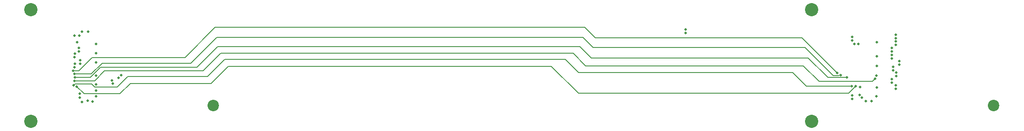
<source format=gbr>
G04 #@! TF.FileFunction,Copper,L4,Inr,Signal*
%FSLAX46Y46*%
G04 Gerber Fmt 4.6, Leading zero omitted, Abs format (unit mm)*
G04 Created by KiCad (PCBNEW 0.201603021449+6606~42~ubuntu14.04.1-product) date Wed 02 Mar 2016 02:15:13 PM PST*
%MOMM*%
G01*
G04 APERTURE LIST*
%ADD10C,0.100000*%
%ADD11C,2.540000*%
%ADD12C,2.200000*%
%ADD13C,0.508000*%
%ADD14C,0.177800*%
G04 APERTURE END LIST*
D10*
D11*
X164500000Y-196000000D03*
X164500000Y-174500000D03*
X14500000Y-174500000D03*
D12*
X49500000Y-192925000D03*
X199505000Y-192925000D03*
D11*
X14500000Y-196000000D03*
D13*
X140300000Y-178999090D03*
X180705564Y-179979902D03*
X172700000Y-181100000D03*
X173500000Y-181137491D03*
X177000000Y-185300000D03*
X177000000Y-183500000D03*
X177000000Y-180800000D03*
X176975000Y-187200000D03*
X177000000Y-189525000D03*
X176975000Y-191200000D03*
X24300000Y-178700000D03*
X23800000Y-179500000D03*
X27000000Y-184675000D03*
X26975000Y-182875000D03*
X27000000Y-181100000D03*
X27000000Y-187200000D03*
X27000000Y-191200000D03*
X27000000Y-190100000D03*
X27000000Y-188900000D03*
X25475000Y-178700000D03*
X22875000Y-179500000D03*
X23325000Y-180750000D03*
X169450000Y-186708410D03*
X22609375Y-186241728D03*
X170050000Y-187080380D03*
X22885259Y-186894448D03*
X171272325Y-187575690D03*
X22976604Y-187548502D03*
X176717516Y-187808138D03*
X22844781Y-188222828D03*
X172225000Y-189250690D03*
X22694573Y-189036204D03*
X172950000Y-189250690D03*
X23300000Y-189300000D03*
X174900000Y-192075000D03*
X176000000Y-192075000D03*
X174175000Y-191475000D03*
X173825000Y-189375000D03*
X173700000Y-190949310D03*
X24300000Y-192250000D03*
X26350000Y-192200000D03*
X25400000Y-192000000D03*
X23875000Y-190700000D03*
X23900000Y-191475000D03*
X140300000Y-178313290D03*
X180695893Y-179319571D03*
X180675000Y-180639597D03*
X172325000Y-179757100D03*
X180675000Y-181300000D03*
X172325000Y-180442900D03*
X179925000Y-181850000D03*
X23700000Y-181900000D03*
X179932677Y-182523006D03*
X23700000Y-182560403D03*
X179950000Y-183250000D03*
X22900000Y-183000000D03*
X179950000Y-183910403D03*
X22883120Y-183680682D03*
X181375000Y-184425000D03*
X23950000Y-184214390D03*
X181375000Y-185085403D03*
X23950000Y-184925000D03*
X180200000Y-185514597D03*
X22900000Y-184925000D03*
X180200000Y-186175000D03*
X22879965Y-185605438D03*
X31842466Y-187132534D03*
X180775000Y-186639597D03*
X31357534Y-187617466D03*
X180775000Y-187300000D03*
X30025000Y-188100000D03*
X179875000Y-187875000D03*
X30191699Y-188739016D03*
X179877390Y-188540029D03*
X180675000Y-189742900D03*
X172300000Y-191717900D03*
X172300000Y-191032100D03*
X180675000Y-189057100D03*
D14*
X168841590Y-186100000D02*
X169450000Y-186708410D01*
X120900000Y-177900000D02*
X122894391Y-179894391D01*
X122894391Y-179894391D02*
X162635981Y-179894391D01*
X162635981Y-179894391D02*
X168841590Y-186100000D01*
X49900000Y-177900000D02*
X120900000Y-177900000D01*
X44100000Y-183700000D02*
X49900000Y-177900000D01*
X26200000Y-183700000D02*
X44100000Y-183700000D01*
X23658272Y-186241728D02*
X26200000Y-183700000D01*
X22609375Y-186241728D02*
X23658272Y-186241728D01*
X22885259Y-186894448D02*
X26105520Y-186894448D01*
X26105520Y-186894448D02*
X28199968Y-184800000D01*
X28199968Y-184800000D02*
X45200000Y-184800000D01*
X122500000Y-181800000D02*
X163250000Y-181800000D01*
X169687745Y-187203711D02*
X169811076Y-187080380D01*
X45200000Y-184800000D02*
X50175399Y-179824601D01*
X163250000Y-181800000D02*
X168653711Y-187203711D01*
X50175399Y-179824601D02*
X120524601Y-179824601D01*
X120524601Y-179824601D02*
X122500000Y-181800000D01*
X168653711Y-187203711D02*
X169687745Y-187203711D01*
X169811076Y-187080380D02*
X170050000Y-187080380D01*
X167600000Y-187575690D02*
X171272325Y-187575690D01*
X122200000Y-183800000D02*
X163824310Y-183800000D01*
X163824310Y-183800000D02*
X167600000Y-187575690D01*
X120000000Y-181600000D02*
X122200000Y-183800000D01*
X50400000Y-181600000D02*
X120000000Y-181600000D01*
X46400000Y-185600000D02*
X50400000Y-181600000D01*
X27866954Y-185600000D02*
X46400000Y-185600000D01*
X22976604Y-187548502D02*
X25918452Y-187548502D01*
X25918452Y-187548502D02*
X27866954Y-185600000D01*
X165900000Y-188300000D02*
X176225654Y-188300000D01*
X121100000Y-185300000D02*
X162900000Y-185300000D01*
X162900000Y-185300000D02*
X165900000Y-188300000D01*
X118700000Y-182900000D02*
X121100000Y-185300000D01*
X51000000Y-182900000D02*
X118700000Y-182900000D01*
X47600000Y-186300000D02*
X51000000Y-182900000D01*
X28633046Y-186300000D02*
X47600000Y-186300000D01*
X22844781Y-188222828D02*
X26710218Y-188222828D01*
X26710218Y-188222828D02*
X28633046Y-186300000D01*
X176225654Y-188300000D02*
X176717516Y-187808138D01*
X172225000Y-189250690D02*
X163500000Y-189250690D01*
X160849310Y-186600000D02*
X163500000Y-189250690D01*
X119700000Y-186600000D02*
X160849310Y-186600000D01*
X117200000Y-184100000D02*
X119700000Y-186600000D01*
X51700000Y-184100000D02*
X117200000Y-184100000D01*
X48400000Y-187400000D02*
X51700000Y-184100000D01*
X33100000Y-187400000D02*
X48400000Y-187400000D01*
X31104699Y-189395301D02*
X33100000Y-187400000D01*
X22926078Y-188804699D02*
X26171653Y-188804699D01*
X26171653Y-188804699D02*
X26762255Y-189395301D01*
X26762255Y-189395301D02*
X31104699Y-189395301D01*
X22694573Y-189036204D02*
X22926078Y-188804699D01*
X23300000Y-189300000D02*
X24704699Y-190704699D01*
X24704699Y-190704699D02*
X31595301Y-190704699D01*
X31595301Y-190704699D02*
X33600000Y-188700000D01*
X33600000Y-188700000D02*
X49100000Y-188700000D01*
X49100000Y-188700000D02*
X52400000Y-185400000D01*
X52400000Y-185400000D02*
X114500000Y-185400000D01*
X114500000Y-185400000D02*
X119670991Y-190570991D01*
X119670991Y-190570991D02*
X171629699Y-190570991D01*
X171629699Y-190570991D02*
X172950000Y-189250690D01*
M02*

</source>
